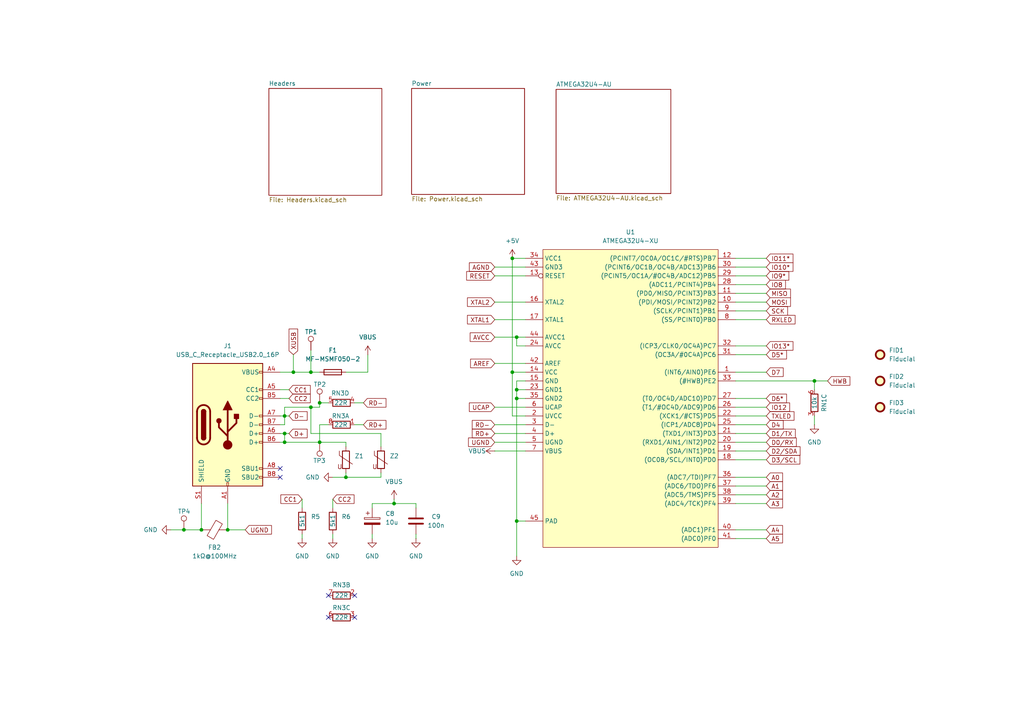
<source format=kicad_sch>
(kicad_sch (version 20231120) (generator "eeschema") (generator_version "8.0")
  (paper "A4")
  (title_block (title "Arduino Leonardo") (date "2024-06-07") (rev "1") (company "Carlos Sabogal"))
  (lib_symbols
    (symbol "Arduino Leonardo:ATMEGA32U4-XU"
      (property "Reference" "U" (at 0 87.122 0))
      (property "Value" "ATMEGA32U4-XU" (at 0 -2.54 0))
      (symbol "ATMEGA32U4-XU_1_0"
        (pin bidirectional line (at 55.88 50.8 180) (length 5.08) (name "(INT6/AIN0)PE6") (number "1"))
        (pin bidirectional line (at 55.88 71.12 180) (length 5.08) (name "(PDI/MOSI/PCINT2)PB2") (number "10"))
        (pin bidirectional line (at 55.88 73.66 180) (length 5.08) (name "(PD0/MISO/PCINT3)PB3") (number "11"))
        (pin bidirectional line (at 55.88 83.82 180) (length 5.08) (name "(PCINT7/OC0A/OC1C/#RTS)PB7") (number "12"))
        (pin input inverted (at -5.08 78.74 0) (length 5.08) (name "RESET") (number "13"))
        (pin power_in line (at -5.08 50.8 0) (length 5.08) (name "VCC") (number "14"))
        (pin power_in line (at -5.08 48.26 0) (length 5.08) (name "GND") (number "15"))
        (pin bidirectional line (at -5.08 71.12 0) (length 5.08) (name "XTAL2") (number "16"))
        (pin bidirectional line (at -5.08 66.04 0) (length 5.08) (name "XTAL1") (number "17"))
        (pin bidirectional line (at 55.88 25.4 180) (length 5.08) (name "(OC0B/SCL/INT0)PD0") (number "18"))
        (pin bidirectional line (at 55.88 27.94 180) (length 5.08) (name "(SDA/INT1)PD1") (number "19"))
        (pin power_in line (at -5.08 38.1 0) (length 5.08) (name "UVCC") (number "2"))
        (pin bidirectional line (at 55.88 30.48 180) (length 5.08) (name "(RXD1/AIN1/INT2)PD2") (number "20"))
        (pin bidirectional line (at 55.88 33.02 180) (length 5.08) (name "(TXD1/INT3)PD3") (number "21"))
        (pin bidirectional line (at 55.88 38.1 180) (length 5.08) (name "(XCK1/#CTS)PD5") (number "22"))
        (pin power_in line (at -5.08 45.72 0) (length 5.08) (name "GND1") (number "23"))
        (pin power_in line (at -5.08 58.42 0) (length 5.08) (name "AVCC") (number "24"))
        (pin bidirectional line (at 55.88 35.56 180) (length 5.08) (name "(ICP1/ADC8)PD4") (number "25"))
        (pin bidirectional line (at 55.88 40.64 180) (length 5.08) (name "(T1/#OC4D/ADC9)PD6") (number "26"))
        (pin bidirectional line (at 55.88 43.18 180) (length 5.08) (name "(T0/OC4D/ADC10)PD7") (number "27"))
        (pin bidirectional line (at 55.88 76.2 180) (length 5.08) (name "(ADC11/PCINT4)PB4") (number "28"))
        (pin bidirectional line (at 55.88 78.74 180) (length 5.08) (name "(PCINT5/OC1A/#OC4B/ADC12)PB5") (number "29"))
        (pin bidirectional line (at -5.08 35.56 0) (length 5.08) (name "D-") (number "3"))
        (pin bidirectional line (at 55.88 81.28 180) (length 5.08) (name "(PCINT6/OC1B/OC4B/ADC13)PB6") (number "30"))
        (pin bidirectional line (at 55.88 55.88 180) (length 5.08) (name "(OC3A/#0C4A)PC6") (number "31"))
        (pin bidirectional line (at 55.88 58.42 180) (length 5.08) (name "(ICP3/CLK0/OC4A)PC7") (number "32"))
        (pin bidirectional line (at 55.88 48.26 180) (length 5.08) (name "(#HWB)PE2") (number "33"))
        (pin power_in line (at -5.08 83.82 0) (length 5.08) (name "VCC1") (number "34"))
        (pin power_in line (at -5.08 43.18 0) (length 5.08) (name "GND2") (number "35"))
        (pin bidirectional line (at 55.88 20.32 180) (length 5.08) (name "(ADC7/TDI)PF7") (number "36"))
        (pin bidirectional line (at 55.88 17.78 180) (length 5.08) (name "(ADC6/TDO)PF6") (number "37"))
        (pin bidirectional line (at 55.88 15.24 180) (length 5.08) (name "(ADC5/TMS)PF5") (number "38"))
        (pin bidirectional line (at 55.88 12.7 180) (length 5.08) (name "(ADC4/TCK)PF4") (number "39"))
        (pin bidirectional line (at -5.08 33.02 0) (length 5.08) (name "D+") (number "4"))
        (pin bidirectional line (at 55.88 5.08 180) (length 5.08) (name "(ADC1)PF1") (number "40"))
        (pin bidirectional line (at 55.88 2.54 180) (length 5.08) (name "(ADC0)PF0") (number "41"))
        (pin power_in line (at -5.08 53.34 0) (length 5.08) (name "AREF") (number "42"))
        (pin power_in line (at -5.08 81.28 0) (length 5.08) (name "GND3") (number "43"))
        (pin power_in line (at -5.08 60.96 0) (length 5.08) (name "AVCC1") (number "44"))
        (pin power_in line (at -5.08 7.62 0) (length 5.08) (name "PAD") (number "45"))
        (pin power_in line (at -5.08 30.48 0) (length 5.08) (name "UGND") (number "5"))
        (pin passive line (at -5.08 40.64 0) (length 5.08) (name "UCAP") (number "6"))
        (pin input line (at -5.08 27.94 0) (length 5.08) (name "VBUS") (number "7"))
        (pin bidirectional line (at 55.88 66.04 180) (length 5.08) (name "(SS/PCINT0)PB0") (number "8"))
        (pin bidirectional line (at 55.88 68.58 180) (length 5.08) (name "(SCLK/PCINT1)PB1") (number "9"))
      )
      (symbol "ATMEGA32U4-XU_1_1"
        (rectangle (start 0 86.36) (end 50.8 0) (fill (type background)))
      )
    )
    (symbol "Connector:TestPoint" (pin_numbers hide) (pin_names (offset 0.762) hide)
      (property "Reference" "TP" (at 0 6.858 0))
      (property "Value" "TestPoint" (at 0 5.08 0))
      (symbol "TestPoint_0_1"
        (circle (center 0 3.302) (radius 0.762))
      )
      (symbol "TestPoint_1_1"
        (pin passive line (at 0 0 90) (length 2.54) (name "1") (number "1"))
      )
    )
    (symbol "Connector:USB_C_Receptacle_USB2.0_16P" (pin_names (offset 1.016))
      (property "Reference" "J" (at 0 22.225 0))
      (property "Value" "USB_C_Receptacle_USB2.0_16P" (at 0 19.685 0))
      (symbol "USB_C_Receptacle_USB2.0_16P_0_0"
        (rectangle (start -0.254 -17.78) (end 0.254 -16.764))
        (rectangle (start 10.16 -14.986) (end 9.144 -15.494))
        (rectangle (start 10.16 -12.446) (end 9.144 -12.954))
        (rectangle (start 10.16 -4.826) (end 9.144 -5.334))
        (rectangle (start 10.16 -2.286) (end 9.144 -2.794))
        (rectangle (start 10.16 0.254) (end 9.144 -0.254))
        (rectangle (start 10.16 2.794) (end 9.144 2.286))
        (rectangle (start 10.16 7.874) (end 9.144 7.366))
        (rectangle (start 10.16 10.414) (end 9.144 9.906))
        (rectangle (start 10.16 15.494) (end 9.144 14.986))
      )
      (symbol "USB_C_Receptacle_USB2.0_16P_0_1"
        (rectangle (start -10.16 17.78) (end 10.16 -17.78) (stroke (width 0.254)) (fill (type background)))
        (arc (start -8.89 -3.81) (mid -6.985 -5.7067) (end -5.08 -3.81) (stroke (width 0.508)))
        (arc (start -7.62 -3.81) (mid -6.985 -4.4423) (end -6.35 -3.81) (stroke (width 0.254)))
        (arc (start -7.62 -3.81) (mid -6.985 -4.4423) (end -6.35 -3.81) (stroke (width 0.254)) (fill (type outline)))
        (rectangle (start -7.62 -3.81) (end -6.35 3.81) (stroke (width 0.254)) (fill (type outline)))
        (arc (start -6.35 3.81) (mid -6.985 4.4423) (end -7.62 3.81) (stroke (width 0.254)))
        (arc (start -6.35 3.81) (mid -6.985 4.4423) (end -7.62 3.81) (stroke (width 0.254)) (fill (type outline)))
        (arc (start -5.08 3.81) (mid -6.985 5.7067) (end -8.89 3.81) (stroke (width 0.508)))
        (circle (center -2.54 1.143) (radius 0.635) (stroke (width 0.254)) (fill (type outline)))
        (circle (center 0 -5.842) (radius 1.27) (fill (type outline)))
        (polyline (pts (xy -8.89 -3.81) (xy -8.89 3.81)) (stroke (width 0.508)))
        (polyline (pts (xy -5.08 3.81) (xy -5.08 -3.81)) (stroke (width 0.508)))
        (polyline (pts (xy 0 -5.842) (xy 0 4.318)) (stroke (width 0.508)))
        (polyline (pts (xy 0 -3.302) (xy -2.54 -0.762) (xy -2.54 0.508)) (stroke (width 0.508)))
        (polyline (pts (xy 0 -2.032) (xy 2.54 0.508) (xy 2.54 1.778)) (stroke (width 0.508)))
        (polyline (pts (xy -1.27 4.318) (xy 0 6.858) (xy 1.27 4.318) (xy -1.27 4.318)) (stroke (width 0.254)) (fill (type outline)))
        (rectangle (start 1.905 1.778) (end 3.175 3.048) (stroke (width 0.254)) (fill (type outline)))
      )
      (symbol "USB_C_Receptacle_USB2.0_16P_1_1"
        (pin passive line (at 0 -22.86 90) (length 5.08) (name "GND") (number "A1"))
        (pin passive line (at 0 -22.86 90) (length 5.08) hide (name "GND") (number "A12"))
        (pin passive line (at 15.24 15.24 180) (length 5.08) (name "VBUS") (number "A4"))
        (pin bidirectional line (at 15.24 10.16 180) (length 5.08) (name "CC1") (number "A5"))
        (pin bidirectional line (at 15.24 -2.54 180) (length 5.08) (name "D+") (number "A6"))
        (pin bidirectional line (at 15.24 2.54 180) (length 5.08) (name "D-") (number "A7"))
        (pin bidirectional line (at 15.24 -12.7 180) (length 5.08) (name "SBU1") (number "A8"))
        (pin passive line (at 15.24 15.24 180) (length 5.08) hide (name "VBUS") (number "A9"))
        (pin passive line (at 0 -22.86 90) (length 5.08) hide (name "GND") (number "B1"))
        (pin passive line (at 0 -22.86 90) (length 5.08) hide (name "GND") (number "B12"))
        (pin passive line (at 15.24 15.24 180) (length 5.08) hide (name "VBUS") (number "B4"))
        (pin bidirectional line (at 15.24 7.62 180) (length 5.08) (name "CC2") (number "B5"))
        (pin bidirectional line (at 15.24 -5.08 180) (length 5.08) (name "D+") (number "B6"))
        (pin bidirectional line (at 15.24 0 180) (length 5.08) (name "D-") (number "B7"))
        (pin bidirectional line (at 15.24 -15.24 180) (length 5.08) (name "SBU2") (number "B8"))
        (pin passive line (at 15.24 15.24 180) (length 5.08) hide (name "VBUS") (number "B9"))
        (pin passive line (at -7.62 -22.86 90) (length 5.08) (name "SHIELD") (number "S1"))
      )
    )
    (symbol "Device:C" (pin_numbers hide) (pin_names (offset 0.254))
      (property "Reference" "C" (at 0.635 2.54 0))
      (property "Value" "C" (at 0.635 -2.54 0))
      (symbol "C_0_1"
        (polyline (pts (xy -2.032 -0.762) (xy 2.032 -0.762)) (stroke (width 0.508)))
        (polyline (pts (xy -2.032 0.762) (xy 2.032 0.762)) (stroke (width 0.508)))
      )
      (symbol "C_1_1"
        (pin passive line (at 0 3.81 270) (length 2.794) (name "~") (number "1"))
        (pin passive line (at 0 -3.81 90) (length 2.794) (name "~") (number "2"))
      )
    )
    (symbol "Device:C_Polarized" (pin_numbers hide) (pin_names (offset 0.254))
      (property "Reference" "C" (at 0.635 2.54 0))
      (property "Value" "C_Polarized" (at 0.635 -2.54 0))
      (symbol "C_Polarized_0_1"
        (rectangle (start -2.286 0.508) (end 2.286 1.016))
        (polyline (pts (xy -1.778 2.286) (xy -0.762 2.286)))
        (polyline (pts (xy -1.27 2.794) (xy -1.27 1.778)))
        (rectangle (start 2.286 -0.508) (end -2.286 -1.016) (fill (type outline)))
      )
      (symbol "C_Polarized_1_1"
        (pin passive line (at 0 3.81 270) (length 2.794) (name "~") (number "1"))
        (pin passive line (at 0 -3.81 90) (length 2.794) (name "~") (number "2"))
      )
    )
    (symbol "Device:FerriteBead" (pin_numbers hide) (pin_names (offset 0))
      (property "Reference" "FB" (at -3.81 0.635 90))
      (property "Value" "FerriteBead" (at 3.81 0 90))
      (symbol "FerriteBead_0_1"
        (polyline (pts (xy 0 -1.27) (xy 0 -1.2192)))
        (polyline (pts (xy 0 1.27) (xy 0 1.2954)))
        (polyline (pts (xy -2.7686 0.4064) (xy -1.7018 2.2606) (xy 2.7686 -0.3048) (xy 1.6764 -2.159) (xy -2.7686 0.4064)))
      )
      (symbol "FerriteBead_1_1"
        (pin passive line (at 0 3.81 270) (length 2.54) (name "~") (number "1"))
        (pin passive line (at 0 -3.81 90) (length 2.54) (name "~") (number "2"))
      )
    )
    (symbol "Device:Fuse" (pin_numbers hide) (pin_names (offset 0))
      (property "Reference" "F" (at 2.032 0 90))
      (property "Value" "Fuse" (at -1.905 0 90))
      (symbol "Fuse_0_1"
        (rectangle (start -0.762 -2.54) (end 0.762 2.54) (stroke (width 0.254)))
        (polyline (pts (xy 0 2.54) (xy 0 -2.54)))
      )
      (symbol "Fuse_1_1"
        (pin passive line (at 0 3.81 270) (length 1.27) (name "~") (number "1"))
        (pin passive line (at 0 -3.81 90) (length 1.27) (name "~") (number "2"))
      )
    )
    (symbol "Device:R" (pin_numbers hide) (pin_names (offset 0))
      (property "Reference" "R" (at 2.032 0 90))
      (property "Value" "R" (at 0 0 90))
      (symbol "R_0_1"
        (rectangle (start -1.016 -2.54) (end 1.016 2.54) (stroke (width 0.254)))
      )
      (symbol "R_1_1"
        (pin passive line (at 0 3.81 270) (length 1.27) (name "~") (number "1"))
        (pin passive line (at 0 -3.81 90) (length 1.27) (name "~") (number "2"))
      )
    )
    (symbol "Device:R_Pack04_Split" (pin_names (offset 0) hide)
      (property "Reference" "RN" (at 2.032 0 90))
      (property "Value" "R_Pack04_Split" (at 0 0 90))
      (symbol "R_Pack04_Split_0_1"
        (rectangle (start 1.016 2.54) (end -1.016 -2.54) (stroke (width 0.254)))
      )
      (symbol "R_Pack04_Split_1_1"
        (pin passive line (at 0 -3.81 90) (length 1.27) (name "R1.1") (number "1"))
        (pin passive line (at 0 3.81 270) (length 1.27) (name "R1.2") (number "8"))
      )
      (symbol "R_Pack04_Split_2_1"
        (pin passive line (at 0 -3.81 90) (length 1.27) (name "R2.1") (number "2"))
        (pin passive line (at 0 3.81 270) (length 1.27) (name "R2.2") (number "7"))
      )
      (symbol "R_Pack04_Split_3_1"
        (pin passive line (at 0 -3.81 90) (length 1.27) (name "R3.1") (number "3"))
        (pin passive line (at 0 3.81 270) (length 1.27) (name "R3.2") (number "6"))
      )
      (symbol "R_Pack04_Split_4_1"
        (pin passive line (at 0 -3.81 90) (length 1.27) (name "R4.1") (number "4"))
        (pin passive line (at 0 3.81 270) (length 1.27) (name "R4.2") (number "5"))
      )
    )
    (symbol "Device:Varistor" (pin_numbers hide) (pin_names (offset 0))
      (property "Reference" "RV" (at 3.175 0 90))
      (property "Value" "Varistor" (at -3.175 0 90))
      (symbol "Varistor_0_0"
        (text "U" (at -1.778 -2.032 0) (effects (font (size 1.27 1.27))))
      )
      (symbol "Varistor_0_1"
        (rectangle (start -1.016 -2.54) (end 1.016 2.54) (stroke (width 0.254)))
        (polyline (pts (xy -1.905 2.54) (xy -1.905 1.27) (xy 1.905 -1.27)))
      )
      (symbol "Varistor_1_1"
        (pin passive line (at 0 3.81 270) (length 1.27) (name "~") (number "1"))
        (pin passive line (at 0 -3.81 90) (length 1.27) (name "~") (number "2"))
      )
    )
    (symbol "Mechanical:Fiducial" (exclude_from_sim yes) (in_bom no)
      (property "Reference" "FID" (at 0 5.08 0))
      (property "Value" "Fiducial" (at 0 3.175 0))
      (symbol "Fiducial_0_1"
        (circle (center 0 0) (radius 1.27) (stroke (width 0.508)) (fill (type background)))
      )
    )
    (symbol "power:+5V" (power) (pin_numbers hide) (pin_names (offset 0) hide)
      (property "Value" "+5V" (at 0 3.556 0))
      (symbol "+5V_0_1"
        (polyline (pts (xy -0.762 1.27) (xy 0 2.54)))
        (polyline (pts (xy 0 0) (xy 0 2.54)))
        (polyline (pts (xy 0 2.54) (xy 0.762 1.27)))
      )
      (symbol "+5V_1_1"
        (pin power_in line (at 0 0 90) (length 0) (name "~") (number "1"))
      )
    )
    (symbol "power:GND" (power) (pin_numbers hide) (pin_names (offset 0) hide)
      (property "Value" "GND" (at 0 -3.81 0))
      (symbol "GND_0_1"
        (polyline (pts (xy 0 0) (xy 0 -1.27) (xy 1.27 -1.27) (xy 0 -2.54) (xy -1.27 -1.27) (xy 0 -1.27)))
      )
      (symbol "GND_1_1"
        (pin power_in line (at 0 0 270) (length 0) (name "~") (number "1"))
      )
    )
    (symbol "power:VBUS" (power) (pin_numbers hide) (pin_names (offset 0) hide)
      (property "Value" "VBUS" (at 0 3.556 0))
      (symbol "VBUS_0_1"
        (polyline (pts (xy -0.762 1.27) (xy 0 2.54)))
        (polyline (pts (xy 0 0) (xy 0 2.54)))
        (polyline (pts (xy 0 2.54) (xy 0.762 1.27)))
      )
      (symbol "VBUS_1_1"
        (pin power_in line (at 0 0 90) (length 0) (name "~") (number "1"))
      )
    )
  )
  (junction (at 82.55 120.65))
  (junction (at 92.71 116.84))
  (junction (at 148.59 107.95))
  (junction (at 82.55 125.73))
  (junction (at 100.33 138.43))
  (junction (at 66.04 153.67))
  (junction (at 90.17 118.11))
  (junction (at 58.42 153.67))
  (junction (at 149.86 115.57))
  (junction (at 82.55 128.27))
  (junction (at 149.86 113.03))
  (junction (at 53.34 153.67))
  (junction (at 92.71 128.27))
  (junction (at 148.59 74.93))
  (junction (at 90.17 107.95))
  (junction (at 149.86 97.79))
  (junction (at 114.3 146.05))
  (junction (at 149.86 151.13))
  (junction (at 85.09 107.95))
  (junction (at 236.22 110.49))
  (no_connect (at 95.25 172.72))
  (no_connect (at 81.28 135.89))
  (no_connect (at 102.87 179.07))
  (no_connect (at 81.28 138.43))
  (no_connect (at 95.25 179.07))
  (no_connect (at 102.87 172.72))
  (wire (pts (xy 105.41 123.19) (xy 102.87 123.19)))
  (wire (pts (xy 87.63 156.21) (xy 87.63 154.94)))
  (wire (pts (xy 107.95 146.05) (xy 107.95 147.32)))
  (wire (pts (xy 82.55 120.65) (xy 81.28 120.65)))
  (wire (pts (xy 222.25 102.87) (xy 213.36 102.87)))
  (wire (pts (xy 114.3 144.78) (xy 114.3 146.05)))
  (wire (pts (xy 148.59 120.65) (xy 148.59 107.95)))
  (wire (pts (xy 222.25 100.33) (xy 213.36 100.33)))
  (wire (pts (xy 49.53 153.67) (xy 53.34 153.67)))
  (wire (pts (xy 222.25 130.81) (xy 213.36 130.81)))
  (wire (pts (xy 152.4 74.93) (xy 148.59 74.93)))
  (wire (pts (xy 81.28 128.27) (xy 82.55 128.27)))
  (wire (pts (xy 222.25 90.17) (xy 213.36 90.17)))
  (wire (pts (xy 92.71 128.27) (xy 82.55 128.27)))
  (wire (pts (xy 90.17 118.11) (xy 82.55 118.11)))
  (wire (pts (xy 66.04 146.05) (xy 66.04 153.67)))
  (wire (pts (xy 222.25 123.19) (xy 213.36 123.19)))
  (wire (pts (xy 149.86 97.79) (xy 152.4 97.79)))
  (wire (pts (xy 143.51 97.79) (xy 149.86 97.79)))
  (wire (pts (xy 236.22 123.19) (xy 236.22 120.65)))
  (wire (pts (xy 222.25 77.47) (xy 213.36 77.47)))
  (wire (pts (xy 120.65 146.05) (xy 120.65 147.32)))
  (wire (pts (xy 152.4 151.13) (xy 149.86 151.13)))
  (wire (pts (xy 222.25 143.51) (xy 213.36 143.51)))
  (wire (pts (xy 222.25 87.63) (xy 213.36 87.63)))
  (wire (pts (xy 152.4 100.33) (xy 149.86 100.33)))
  (wire (pts (xy 106.68 102.87) (xy 106.68 107.95)))
  (wire (pts (xy 92.71 116.84) (xy 95.25 116.84)))
  (wire (pts (xy 110.49 129.54) (xy 110.49 125.73)))
  (wire (pts (xy 149.86 115.57) (xy 152.4 115.57)))
  (wire (pts (xy 85.09 107.95) (xy 81.28 107.95)))
  (wire (pts (xy 114.3 146.05) (xy 107.95 146.05)))
  (wire (pts (xy 222.25 85.09) (xy 213.36 85.09)))
  (wire (pts (xy 240.03 110.49) (xy 236.22 110.49)))
  (wire (pts (xy 143.51 130.81) (xy 152.4 130.81)))
  (wire (pts (xy 222.25 140.97) (xy 213.36 140.97)))
  (wire (pts (xy 100.33 138.43) (xy 110.49 138.43)))
  (wire (pts (xy 152.4 107.95) (xy 148.59 107.95)))
  (wire (pts (xy 100.33 128.27) (xy 100.33 129.54)))
  (wire (pts (xy 82.55 123.19) (xy 82.55 120.65)))
  (wire (pts (xy 143.51 105.41) (xy 152.4 105.41)))
  (wire (pts (xy 82.55 118.11) (xy 82.55 120.65)))
  (wire (pts (xy 120.65 146.05) (xy 114.3 146.05)))
  (wire (pts (xy 96.52 144.78) (xy 96.52 147.32)))
  (wire (pts (xy 96.52 156.21) (xy 96.52 154.94)))
  (wire (pts (xy 82.55 125.73) (xy 81.28 125.73)))
  (wire (pts (xy 222.25 146.05) (xy 213.36 146.05)))
  (wire (pts (xy 83.82 113.03) (xy 81.28 113.03)))
  (wire (pts (xy 100.33 137.16) (xy 100.33 138.43)))
  (wire (pts (xy 152.4 110.49) (xy 149.86 110.49)))
  (wire (pts (xy 222.25 138.43) (xy 213.36 138.43)))
  (wire (pts (xy 143.51 123.19) (xy 152.4 123.19)))
  (wire (pts (xy 143.51 128.27) (xy 152.4 128.27)))
  (wire (pts (xy 143.51 87.63) (xy 152.4 87.63)))
  (wire (pts (xy 143.51 118.11) (xy 152.4 118.11)))
  (wire (pts (xy 222.25 128.27) (xy 213.36 128.27)))
  (wire (pts (xy 152.4 120.65) (xy 148.59 120.65)))
  (wire (pts (xy 222.25 80.01) (xy 213.36 80.01)))
  (wire (pts (xy 90.17 125.73) (xy 90.17 118.11)))
  (wire (pts (xy 222.25 118.11) (xy 213.36 118.11)))
  (wire (pts (xy 222.25 120.65) (xy 213.36 120.65)))
  (wire (pts (xy 87.63 144.78) (xy 87.63 147.32)))
  (wire (pts (xy 81.28 123.19) (xy 82.55 123.19)))
  (wire (pts (xy 222.25 156.21) (xy 213.36 156.21)))
  (wire (pts (xy 92.71 116.84) (xy 92.71 118.11)))
  (wire (pts (xy 222.25 92.71) (xy 213.36 92.71)))
  (wire (pts (xy 83.82 125.73) (xy 82.55 125.73)))
  (wire (pts (xy 149.86 115.57) (xy 149.86 151.13)))
  (wire (pts (xy 143.51 77.47) (xy 152.4 77.47)))
  (wire (pts (xy 100.33 128.27) (xy 92.71 128.27)))
  (wire (pts (xy 53.34 153.67) (xy 58.42 153.67)))
  (wire (pts (xy 149.86 113.03) (xy 149.86 115.57)))
  (wire (pts (xy 222.25 74.93) (xy 213.36 74.93)))
  (wire (pts (xy 110.49 138.43) (xy 110.49 137.16)))
  (wire (pts (xy 90.17 125.73) (xy 110.49 125.73)))
  (wire (pts (xy 83.82 115.57) (xy 81.28 115.57)))
  (wire (pts (xy 82.55 128.27) (xy 82.55 125.73)))
  (wire (pts (xy 236.22 110.49) (xy 236.22 113.03)))
  (wire (pts (xy 222.25 125.73) (xy 213.36 125.73)))
  (wire (pts (xy 222.25 133.35) (xy 213.36 133.35)))
  (wire (pts (xy 85.09 107.95) (xy 90.17 107.95)))
  (wire (pts (xy 149.86 113.03) (xy 152.4 113.03)))
  (wire (pts (xy 222.25 107.95) (xy 213.36 107.95)))
  (wire (pts (xy 105.41 116.84) (xy 102.87 116.84)))
  (wire (pts (xy 58.42 146.05) (xy 58.42 153.67)))
  (wire (pts (xy 149.86 151.13) (xy 149.86 161.29)))
  (wire (pts (xy 222.25 153.67) (xy 213.36 153.67)))
  (wire (pts (xy 222.25 115.57) (xy 213.36 115.57)))
  (wire (pts (xy 71.12 153.67) (xy 66.04 153.67)))
  (wire (pts (xy 143.51 92.71) (xy 152.4 92.71)))
  (wire (pts (xy 83.82 120.65) (xy 82.55 120.65)))
  (wire (pts (xy 149.86 110.49) (xy 149.86 113.03)))
  (wire (pts (xy 213.36 110.49) (xy 236.22 110.49)))
  (wire (pts (xy 85.09 102.87) (xy 85.09 107.95)))
  (wire (pts (xy 143.51 80.01) (xy 152.4 80.01)))
  (wire (pts (xy 107.95 156.21) (xy 107.95 154.94)))
  (wire (pts (xy 95.25 123.19) (xy 92.71 123.19)))
  (wire (pts (xy 149.86 100.33) (xy 149.86 97.79)))
  (wire (pts (xy 92.71 123.19) (xy 92.71 128.27)))
  (wire (pts (xy 90.17 107.95) (xy 92.71 107.95)))
  (wire (pts (xy 96.52 138.43) (xy 100.33 138.43)))
  (wire (pts (xy 222.25 82.55) (xy 213.36 82.55)))
  (wire (pts (xy 120.65 156.21) (xy 120.65 154.94)))
  (wire (pts (xy 90.17 101.6) (xy 90.17 107.95)))
  (wire (pts (xy 148.59 74.93) (xy 148.59 107.95)))
  (wire (pts (xy 143.51 125.73) (xy 152.4 125.73)))
  (wire (pts (xy 92.71 118.11) (xy 90.17 118.11)))
  (wire (pts (xy 100.33 107.95) (xy 106.68 107.95)))
  (global_label "AVCC" (shape input) (at 143.51 97.79 180) (property "Intersheetrefs" "${INTERSHEET_REFS}" (effects (hide yes))))
  (global_label "RD+" (shape input) (at 105.41 123.19 0) (property "Intersheetrefs" "${INTERSHEET_REFS}" (effects (hide yes))))
  (global_label "UGND" (shape input) (at 71.12 153.67 0) (property "Intersheetrefs" "${INTERSHEET_REFS}" (effects (hide yes))))
  (global_label "RXLED" (shape input) (at 222.25 92.71 0) (property "Intersheetrefs" "${INTERSHEET_REFS}" (effects (hide yes))))
  (global_label "A4" (shape input) (at 222.25 153.67 0) (property "Intersheetrefs" "${INTERSHEET_REFS}" (effects (hide yes))))
  (global_label "D0{slash}RX" (shape input) (at 222.25 128.27 0) (property "Intersheetrefs" "${INTERSHEET_REFS}" (effects (hide yes))))
  (global_label "IO10*" (shape input) (at 222.25 77.47 0) (property "Intersheetrefs" "${INTERSHEET_REFS}" (effects (hide yes))))
  (global_label "D-" (shape input) (at 83.82 120.65 0) (property "Intersheetrefs" "${INTERSHEET_REFS}" (effects (hide yes))))
  (global_label "XUSB" (shape input) (at 85.09 102.87 90) (property "Intersheetrefs" "${INTERSHEET_REFS}" (effects (hide yes))))
  (global_label "D7" (shape input) (at 222.25 107.95 0) (property "Intersheetrefs" "${INTERSHEET_REFS}" (effects (hide yes))))
  (global_label "D1{slash}TX" (shape input) (at 222.25 125.73 0) (property "Intersheetrefs" "${INTERSHEET_REFS}" (effects (hide yes))))
  (global_label "AGND" (shape input) (at 143.51 77.47 180) (property "Intersheetrefs" "${INTERSHEET_REFS}" (effects (hide yes))))
  (global_label "IO13*" (shape input) (at 222.25 100.33 0) (property "Intersheetrefs" "${INTERSHEET_REFS}" (effects (hide yes))))
  (global_label "A2" (shape input) (at 222.25 143.51 0) (property "Intersheetrefs" "${INTERSHEET_REFS}" (effects (hide yes))))
  (global_label "TXLED" (shape input) (at 222.25 120.65 0) (property "Intersheetrefs" "${INTERSHEET_REFS}" (effects (hide yes))))
  (global_label "RESET" (shape input) (at 143.51 80.01 180) (property "Intersheetrefs" "${INTERSHEET_REFS}" (effects (hide yes))))
  (global_label "MISO" (shape input) (at 222.25 85.09 0) (property "Intersheetrefs" "${INTERSHEET_REFS}" (effects (hide yes))))
  (global_label "CC1" (shape input) (at 83.82 113.03 0) (property "Intersheetrefs" "${INTERSHEET_REFS}" (effects (hide yes))))
  (global_label "A3" (shape input) (at 222.25 146.05 0) (property "Intersheetrefs" "${INTERSHEET_REFS}" (effects (hide yes))))
  (global_label "XTAL2" (shape input) (at 143.51 87.63 180) (property "Intersheetrefs" "${INTERSHEET_REFS}" (effects (hide yes))))
  (global_label "A0" (shape input) (at 222.25 138.43 0) (property "Intersheetrefs" "${INTERSHEET_REFS}" (effects (hide yes))))
  (global_label "D2{slash}SDA" (shape input) (at 222.25 130.81 0) (property "Intersheetrefs" "${INTERSHEET_REFS}" (effects (hide yes))))
  (global_label "CC2" (shape input) (at 83.82 115.57 0) (property "Intersheetrefs" "${INTERSHEET_REFS}" (effects (hide yes))))
  (global_label "IO8" (shape input) (at 222.25 82.55 0) (property "Intersheetrefs" "${INTERSHEET_REFS}" (effects (hide yes))))
  (global_label "AREF" (shape input) (at 143.51 105.41 180) (property "Intersheetrefs" "${INTERSHEET_REFS}" (effects (hide yes))))
  (global_label "D6*" (shape input) (at 222.25 115.57 0) (property "Intersheetrefs" "${INTERSHEET_REFS}" (effects (hide yes))))
  (global_label "D3{slash}SCL" (shape input) (at 222.25 133.35 0) (property "Intersheetrefs" "${INTERSHEET_REFS}" (effects (hide yes))))
  (global_label "D4" (shape input) (at 222.25 123.19 0) (property "Intersheetrefs" "${INTERSHEET_REFS}" (effects (hide yes))))
  (global_label "IO9*" (shape input) (at 222.25 80.01 0) (property "Intersheetrefs" "${INTERSHEET_REFS}" (effects (hide yes))))
  (global_label "UGND" (shape input) (at 143.51 128.27 180) (property "Intersheetrefs" "${INTERSHEET_REFS}" (effects (hide yes))))
  (global_label "IO11*" (shape input) (at 222.25 74.93 0) (property "Intersheetrefs" "${INTERSHEET_REFS}" (effects (hide yes))))
  (global_label "D5*" (shape input) (at 222.25 102.87 0) (property "Intersheetrefs" "${INTERSHEET_REFS}" (effects (hide yes))))
  (global_label "RD+" (shape input) (at 143.51 125.73 180) (property "Intersheetrefs" "${INTERSHEET_REFS}" (effects (hide yes))))
  (global_label "RD-" (shape input) (at 143.51 123.19 180) (property "Intersheetrefs" "${INTERSHEET_REFS}" (effects (hide yes))))
  (global_label "D+" (shape input) (at 83.82 125.73 0) (property "Intersheetrefs" "${INTERSHEET_REFS}" (effects (hide yes))))
  (global_label "CC2" (shape input) (at 96.52 144.78 0) (property "Intersheetrefs" "${INTERSHEET_REFS}" (effects (hide yes))))
  (global_label "HWB" (shape input) (at 240.03 110.49 0) (property "Intersheetrefs" "${INTERSHEET_REFS}" (effects (hide yes))))
  (global_label "IO12" (shape input) (at 222.25 118.11 0) (property "Intersheetrefs" "${INTERSHEET_REFS}" (effects (hide yes))))
  (global_label "RD-" (shape input) (at 105.41 116.84 0) (property "Intersheetrefs" "${INTERSHEET_REFS}" (effects (hide yes))))
  (global_label "A1" (shape input) (at 222.25 140.97 0) (property "Intersheetrefs" "${INTERSHEET_REFS}" (effects (hide yes))))
  (global_label "MOSI" (shape input) (at 222.25 87.63 0) (property "Intersheetrefs" "${INTERSHEET_REFS}" (effects (hide yes))))
  (global_label "SCK" (shape input) (at 222.25 90.17 0) (property "Intersheetrefs" "${INTERSHEET_REFS}" (effects (hide yes))))
  (global_label "A5" (shape input) (at 222.25 156.21 0) (property "Intersheetrefs" "${INTERSHEET_REFS}" (effects (hide yes))))
  (global_label "UCAP" (shape input) (at 143.51 118.11 180) (property "Intersheetrefs" "${INTERSHEET_REFS}" (effects (hide yes))))
  (global_label "XTAL1" (shape input) (at 143.51 92.71 180) (property "Intersheetrefs" "${INTERSHEET_REFS}" (effects (hide yes))))
  (global_label "CC1" (shape input) (at 87.63 144.78 180) (property "Intersheetrefs" "${INTERSHEET_REFS}" (effects (hide yes))))
  (symbol (lib_id "Connector:TestPoint") (at 92.71 128.27 180) (unit 1)
    (property "Reference" "TP3" (at 94.488 133.604 0) (effects (justify left)))
    (property "Value" "TestPoint" (effects (hide yes)))
    (property "Footprint" "TestPoint:TestPoint_Pad_D1.0mm" (effects (hide yes)))
    (property "Description" "test point" (effects (hide yes)))
  )
  (symbol (lib_id "Connector:TestPoint") (at 90.17 101.6 0) (unit 1)
    (property "Reference" "TP1" (at 88.392 96.266 0) (effects (justify left)))
    (property "Value" "TestPoint" (effects (hide yes)))
    (property "Footprint" "TestPoint:TestPoint_Pad_D1.0mm" (effects (hide yes)))
    (property "Description" "test point" (effects (hide yes)))
  )
  (symbol (lib_id "Mechanical:Fiducial") (at 255.27 118.11 0) (unit 1) (exclude_from_sim yes) (in_bom no)
    (property "Reference" "FID3" (at 257.81 116.8399 0) (effects (justify left)))
    (property "Value" "Fiducial" (at 257.81 119.3799 0) (effects (justify left)))
    (property "Footprint" "Fiducial:Fiducial_1mm_Mask2mm" (effects (hide yes)))
    (property "Description" "Fiducial Marker" (effects (hide yes)))
  )
  (symbol (lib_id "Device:FerriteBead") (at 62.23 153.67 270) (unit 1)
    (property "Reference" "FB2" (at 62.23 158.75 90))
    (property "Value" "1kΩ@100MHz" (at 62.23 161.29 90))
    (property "Footprint" "Inductor_SMD:L_0805_2012Metric" (effects (hide yes)))
    (property "Datasheet" "https://www.murata.com/en-us/products/en-us/products/productdata/8796738977822/ENFA0005.pdf" (effects (hide yes)))
    (property "Description" "Ferrite bead" (effects (hide yes)))
  )
  (symbol (lib_id "Device:R_Pack04_Split") (at 99.06 179.07 90) (unit 3)
    (property "Reference" "RN3" (at 99.06 176.276 90))
    (property "Value" "22R" (at 99.06 179.07 90))
    (property "Footprint" "Resistor_SMD:R_Array_Convex_4x0612" (effects (hide yes)))
    (property "Description" "4 resistor network, parallel topology, split" (effects (hide yes)))
  )
  (symbol (lib_id "power:GND") (at 149.86 161.29 0) (unit 1)
    (property "Reference" "#PWR011" (effects (hide yes)))
    (property "Value" "GND" (at 149.86 166.37 0))
    (property "Description" "Power symbol creates a global label with name \"GND\" , ground" (effects (hide yes)))
  )
  (symbol (lib_id "Connector:USB_C_Receptacle_USB2.0_16P") (at 66.04 123.19 0) (unit 1)
    (property "Reference" "J1" (at 66.04 100.33 0))
    (property "Value" "USB_C_Receptacle_USB2.0_16P" (at 66.04 102.87 0))
    (property "Footprint" "Connector_USB:USB_C_Receptacle_GCT_USB4105-xx-A_16P_TopMnt_Horizontal" (effects (hide yes)))
    (property "Datasheet" "https://www.usb.org/sites/default/files/documents/usb_type-c.zip" (effects (hide yes)))
    (property "Description" "USB 2.0-only 16P Type-C Receptacle connector" (effects (hide yes)))
  )
  (symbol (lib_id "Device:C") (at 120.65 151.13 180) (unit 1)
    (property "Reference" "C9" (at 126.492 149.86 0))
    (property "Value" "100n" (at 126.492 152.4 0))
    (property "Footprint" "Capacitor_SMD:C_0603_1608Metric" (effects (hide yes)))
    (property "Description" "Unpolarized capacitor" (effects (hide yes)))
  )
  (symbol (lib_id "Device:R_Pack04_Split") (at 99.06 123.19 90) (unit 1)
    (property "Reference" "RN3" (at 101.346 120.65 90) (effects (justify left)))
    (property "Value" "22R" (at 100.838 123.19 90) (effects (justify left)))
    (property "Footprint" "Resistor_SMD:R_Array_Convex_4x0612" (effects (hide yes)))
    (property "Description" "4 resistor network, parallel topology, split" (effects (hide yes)))
  )
  (symbol (lib_id "Device:R_Pack04_Split") (at 99.06 116.84 90) (unit 4)
    (property "Reference" "RN3" (at 101.346 114.046 90) (effects (justify left)))
    (property "Value" "22R" (at 100.838 116.84 90) (effects (justify left)))
    (property "Footprint" "Resistor_SMD:R_Array_Convex_4x0612" (effects (hide yes)))
    (property "Description" "4 resistor network, parallel topology, split" (effects (hide yes)))
  )
  (symbol (lib_id "Arduino Leonardo:ATMEGA32U4-XU") (at 157.48 158.75 0) (unit 1)
    (property "Reference" "U1" (at 182.88 67.31 0))
    (property "Value" "ATMEGA32U4-XU" (at 182.88 69.85 0))
    (property "Footprint" "Package_DFN_QFN:QFN-44-1EP_7x7mm_P0.5mm_EP5.15x5.15mm" (effects (hide yes)))
  )
  (symbol (lib_id "power:GND") (at 96.52 156.21 0) (unit 1)
    (property "Reference" "#PWR03" (effects (hide yes)))
    (property "Value" "GND" (at 96.52 161.29 0))
    (property "Description" "Power symbol creates a global label with name \"GND\" , ground" (effects (hide yes)))
  )
  (symbol (lib_id "Device:R_Pack04_Split") (at 99.06 172.72 90) (unit 2)
    (property "Reference" "RN3" (at 99.06 169.672 90))
    (property "Value" "22R" (at 99.06 172.72 90))
    (property "Footprint" "Resistor_SMD:R_Array_Convex_4x0612" (effects (hide yes)))
    (property "Description" "4 resistor network, parallel topology, split" (effects (hide yes)))
  )
  (symbol (lib_id "power:GND") (at 96.52 138.43 270) (unit 1)
    (property "Reference" "#PWR09" (effects (hide yes)))
    (property "Value" "GND" (at 92.71 138.4299 90) (effects (justify right)))
    (property "Description" "Power symbol creates a global label with name \"GND\" , ground" (effects (hide yes)))
  )
  (symbol (lib_id "power:GND") (at 236.22 123.19 0) (unit 1)
    (property "Reference" "#PWR043" (effects (hide yes)))
    (property "Value" "GND" (at 236.22 128.27 0))
    (property "Description" "Power symbol creates a global label with name \"GND\" , ground" (effects (hide yes)))
  )
  (symbol (lib_id "power:+5V") (at 148.59 74.93 0) (unit 1)
    (property "Reference" "#PWR013" (effects (hide yes)))
    (property "Value" "+5V" (at 148.59 69.85 0))
    (property "Description" "Power symbol creates a global label with name \"+5V\"" (effects (hide yes)))
  )
  (symbol (lib_id "Device:R") (at 87.63 151.13 0) (unit 1)
    (property "Reference" "R5" (at 90.17 149.8599 0) (effects (justify left)))
    (property "Value" "5k1" (at 87.63 152.908 90) (effects (justify left)))
    (property "Footprint" "Resistor_SMD:R_0603_1608Metric" (effects (hide yes)))
    (property "Description" "Resistor" (effects (hide yes)))
  )
  (symbol (lib_id "power:VBUS") (at 106.68 102.87 0) (unit 1)
    (property "Reference" "#PWR01" (effects (hide yes)))
    (property "Value" "VBUS" (at 106.68 97.79 0))
    (property "Description" "Power symbol creates a global label with name \"VBUS\"" (effects (hide yes)))
  )
  (symbol (lib_id "Device:R_Pack04_Split") (at 236.22 116.84 0) (unit 3)
    (property "Reference" "RN1" (at 239.014 116.84 90))
    (property "Value" "10k" (at 236.22 116.84 90))
    (property "Footprint" "Resistor_SMD:R_Array_Convex_4x0612" (effects (hide yes)))
    (property "Description" "4 resistor network, parallel topology, split" (effects (hide yes)))
  )
  (symbol (lib_id "power:GND") (at 120.65 156.21 0) (unit 1)
    (property "Reference" "#PWR046" (effects (hide yes)))
    (property "Value" "GND" (at 120.65 161.29 0))
    (property "Description" "Power symbol creates a global label with name \"GND\" , ground" (effects (hide yes)))
  )
  (symbol (lib_id "Device:R") (at 96.52 151.13 0) (unit 1)
    (property "Reference" "R6" (at 99.06 149.8599 0) (effects (justify left)))
    (property "Value" "5k1" (at 96.52 152.908 90) (effects (justify left)))
    (property "Footprint" "Resistor_SMD:R_0603_1608Metric" (effects (hide yes)))
    (property "Description" "Resistor" (effects (hide yes)))
  )
  (symbol (lib_id "power:GND") (at 87.63 156.21 0) (unit 1)
    (property "Reference" "#PWR02" (effects (hide yes)))
    (property "Value" "GND" (at 87.63 161.29 0))
    (property "Description" "Power symbol creates a global label with name \"GND\" , ground" (effects (hide yes)))
  )
  (symbol (lib_id "power:VBUS") (at 143.51 130.81 90) (unit 1)
    (property "Reference" "#PWR012" (effects (hide yes)))
    (property "Value" "VBUS" (at 140.97 130.8099 90) (effects (justify left)))
    (property "Description" "Power symbol creates a global label with name \"VBUS\"" (effects (hide yes)))
  )
  (symbol (lib_id "Device:Fuse") (at 96.52 107.95 270) (unit 1)
    (property "Reference" "F1" (at 96.52 101.6 90))
    (property "Value" "MF-MSMF050-2" (at 96.52 104.14 90))
    (property "Footprint" "Fuse:Fuse_1812_4532Metric_Pad1.30x3.40mm_HandSolder" (effects (hide yes)))
    (property "Description" "Fuse" (effects (hide yes)))
  )
  (symbol (lib_id "Device:Varistor") (at 110.49 133.35 0) (unit 1)
    (property "Reference" "Z2" (at 113.03 132.2732 0) (effects (justify left)))
    (property "Value" "5pF@1MHz" (effects (hide yes)))
    (property "Footprint" "Resistor_SMD:R_0603_1608Metric" (effects (hide yes)))
    (property "Datasheet" "https://bourns.com/docs/product-datasheets/cga-mlc.pdf" (effects (hide yes)))
    (property "Description" "Voltage dependent resistor" (effects (hide yes)))
    (property "Sim.Name" "kicad_builtin_varistor" (effects (hide yes)))
    (property "Sim.Device" "SUBCKT" (effects (hide yes)))
    (property "Sim.Pins" "1=A 2=B" (effects (hide yes)))
    (property "Sim.Params" "threshold=1k" (effects (hide yes)))
    (property "Sim.Library" "${KICAD7_SYMBOL_DIR}/Simulation_SPICE.sp" (effects (hide yes)))
  )
  (symbol (lib_id "power:GND") (at 107.95 156.21 0) (unit 1)
    (property "Reference" "#PWR05" (effects (hide yes)))
    (property "Value" "GND" (at 107.95 161.29 0))
    (property "Description" "Power symbol creates a global label with name \"GND\" , ground" (effects (hide yes)))
  )
  (symbol (lib_id "power:VBUS") (at 114.3 144.78 0) (unit 1)
    (property "Reference" "#PWR07" (effects (hide yes)))
    (property "Value" "VBUS" (at 114.3 139.7 0))
    (property "Description" "Power symbol creates a global label with name \"VBUS\"" (effects (hide yes)))
  )
  (symbol (lib_id "Mechanical:Fiducial") (at 255.27 102.87 0) (unit 1) (exclude_from_sim yes) (in_bom no)
    (property "Reference" "FID1" (at 257.81 101.5999 0) (effects (justify left)))
    (property "Value" "Fiducial" (at 257.81 104.1399 0) (effects (justify left)))
    (property "Footprint" "Fiducial:Fiducial_1mm_Mask2mm" (effects (hide yes)))
    (property "Description" "Fiducial Marker" (effects (hide yes)))
  )
  (symbol (lib_id "power:GND") (at 49.53 153.67 270) (unit 1)
    (property "Reference" "#PWR06" (effects (hide yes)))
    (property "Value" "GND" (at 45.72 153.6699 90) (effects (justify right)))
    (property "Description" "Power symbol creates a global label with name \"GND\" , ground" (effects (hide yes)))
  )
  (symbol (lib_id "Device:C_Polarized") (at 107.95 151.13 0) (unit 1)
    (property "Reference" "C8" (at 111.76 148.9709 0) (effects (justify left)))
    (property "Value" "10u" (at 111.76 151.5109 0) (effects (justify left)))
    (property "Footprint" "Capacitor_SMD:C_1210_3225Metric_Pad1.33x2.70mm_HandSolder" (effects (hide yes)))
    (property "Description" "Polarized capacitor" (effects (hide yes)))
  )
  (symbol (lib_id "Device:Varistor") (at 100.33 133.35 0) (unit 1)
    (property "Reference" "Z1" (at 102.87 132.2732 0) (effects (justify left)))
    (property "Value" "5pF@1MHz" (effects (hide yes)))
    (property "Footprint" "Resistor_SMD:R_0603_1608Metric" (effects (hide yes)))
    (property "Datasheet" "https://bourns.com/docs/product-datasheets/cga-mlc.pdf" (effects (hide yes)))
    (property "Description" "Voltage dependent resistor" (effects (hide yes)))
    (property "Sim.Name" "kicad_builtin_varistor" (effects (hide yes)))
    (property "Sim.Device" "SUBCKT" (effects (hide yes)))
    (property "Sim.Pins" "1=A 2=B" (effects (hide yes)))
    (property "Sim.Params" "threshold=1k" (effects (hide yes)))
    (property "Sim.Library" "${KICAD7_SYMBOL_DIR}/Simulation_SPICE.sp" (effects (hide yes)))
  )
  (symbol (lib_id "Mechanical:Fiducial") (at 255.27 110.49 0) (unit 1) (exclude_from_sim yes) (in_bom no)
    (property "Reference" "FID2" (at 257.81 109.2199 0) (effects (justify left)))
    (property "Value" "Fiducial" (at 257.81 111.7599 0) (effects (justify left)))
    (property "Footprint" "Fiducial:Fiducial_1mm_Mask2mm" (effects (hide yes)))
    (property "Description" "Fiducial Marker" (effects (hide yes)))
  )
  (symbol (lib_id "Connector:TestPoint") (at 53.34 153.67 0) (unit 1)
    (property "Reference" "TP4" (at 51.562 148.336 0) (effects (justify left)))
    (property "Value" "TestPoint" (effects (hide yes)))
    (property "Footprint" "TestPoint:TestPoint_Pad_D1.0mm" (effects (hide yes)))
    (property "Description" "test point" (effects (hide yes)))
  )
  (symbol (lib_id "Connector:TestPoint") (at 92.71 116.84 0) (unit 1)
    (property "Reference" "TP2" (at 90.932 111.506 0) (effects (justify left)))
    (property "Value" "TestPoint" (effects (hide yes)))
    (property "Footprint" "TestPoint:TestPoint_Pad_D1.0mm" (effects (hide yes)))
    (property "Description" "test point" (effects (hide yes)))
  )
  (sheet (at 161.29 25.908) (size 33.274 30.226) (stroke (width 0.1524))
    (property "Sheetname" "ATMEGA32U4-AU" (at 161.29 25.1964 0) (effects (justify left bottom)))
    (property "Sheetfile" "ATMEGA32U4-AU.kicad_sch" (at 161.29 56.7186 0) (effects (justify left top)))
  )
  (sheet (at 119.38 25.654) (size 32.766 30.734) (stroke (width 0.1524))
    (property "Sheetname" "Power" (at 119.38 24.9424 0) (effects (justify left bottom)))
    (property "Sheetfile" "Power.kicad_sch" (at 119.38 56.9726 0) (effects (justify left top)))
  )
  (sheet (at 77.978 25.654) (size 32.766 30.988) (stroke (width 0.1524))
    (property "Sheetname" "Headers" (at 77.978 24.9424 0) (effects (justify left bottom)))
    (property "Sheetfile" "Headers.kicad_sch" (at 77.978 57.2266 0) (effects (justify left top)))
  )
)
</source>
